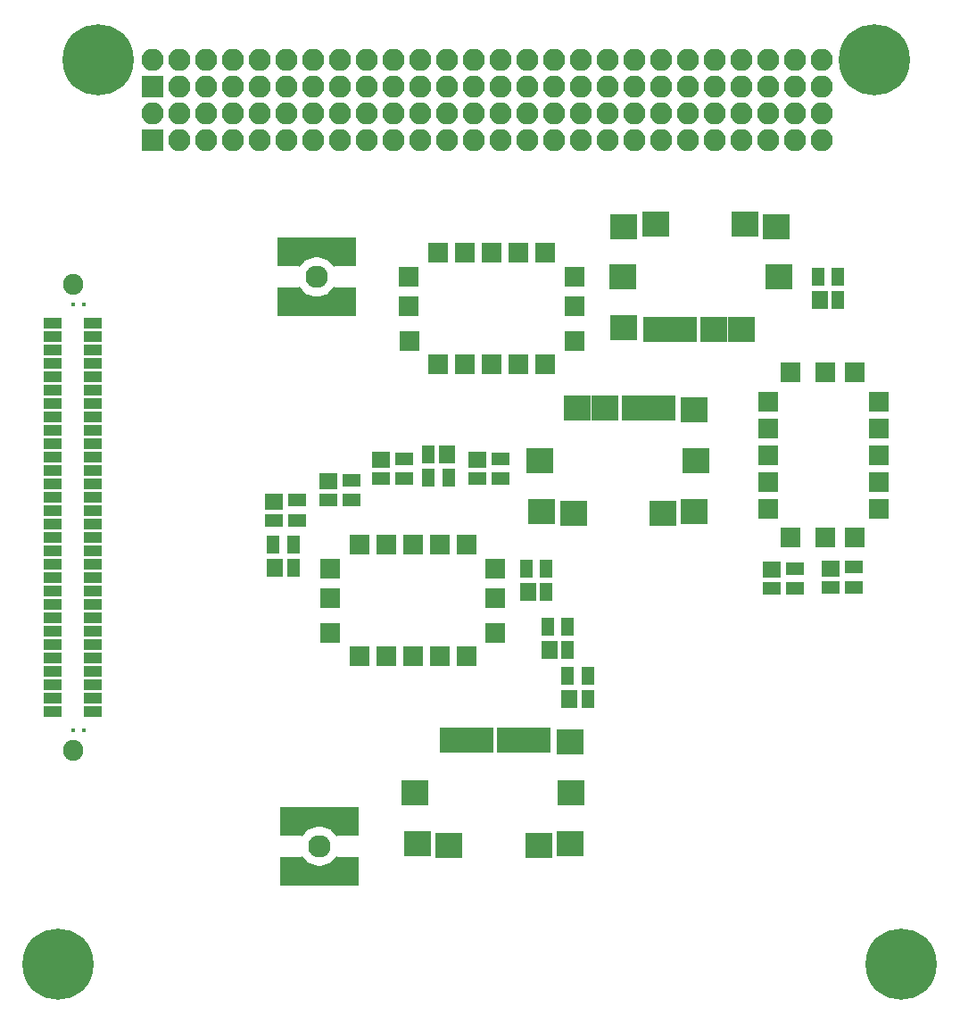
<source format=gbr>
G04 #@! TF.GenerationSoftware,KiCad,Pcbnew,5.0.0*
G04 #@! TF.CreationDate,2018-07-30T22:47:14-05:00*
G04 #@! TF.ProjectId,Header_Board,4865616465725F426F6172642E6B6963,rev?*
G04 #@! TF.SameCoordinates,Original*
G04 #@! TF.FileFunction,Soldermask,Top*
G04 #@! TF.FilePolarity,Negative*
%FSLAX46Y46*%
G04 Gerber Fmt 4.6, Leading zero omitted, Abs format (unit mm)*
G04 Created by KiCad (PCBNEW 5.0.0) date Mon Jul 30 22:47:14 2018*
%MOMM*%
%LPD*%
G01*
G04 APERTURE LIST*
%ADD10C,1.900000*%
%ADD11C,0.400000*%
%ADD12R,2.600000X2.400000*%
%ADD13R,1.920000X1.920000*%
%ADD14R,2.100000X2.100000*%
%ADD15O,2.100000X2.100000*%
%ADD16C,6.750000*%
%ADD17R,1.750000X1.060000*%
%ADD18C,1.400000*%
%ADD19C,0.100000*%
%ADD20C,0.900000*%
%ADD21R,2.310000X2.750000*%
%ADD22R,7.510000X1.910000*%
%ADD23C,2.130000*%
%ADD24R,1.695400X1.289000*%
%ADD25R,1.695400X1.593800*%
%ADD26R,1.289000X1.695400*%
%ADD27R,1.593800X1.695400*%
G04 APERTURE END LIST*
D10*
G04 #@! TO.C,P3*
X87782400Y-128983200D03*
X87782400Y-84783200D03*
D11*
X88782400Y-127078200D03*
X87782400Y-86688200D03*
G04 #@! TD*
D12*
G04 #@! TO.C,U10*
X139938000Y-84064000D03*
X140038000Y-88864000D03*
X143138000Y-89064000D03*
X145688000Y-89064000D03*
X148588000Y-89064000D03*
X151138000Y-89064000D03*
X154738000Y-84064000D03*
X154516000Y-79264000D03*
X151538000Y-79064000D03*
X143038000Y-79064000D03*
X140038000Y-79264000D03*
G04 #@! TD*
D13*
G04 #@! TO.C,U8*
X161931000Y-93069000D03*
X159137000Y-93069000D03*
X155857000Y-93093000D03*
X153697000Y-95863000D03*
X153697000Y-98403000D03*
X153697000Y-100943000D03*
X153697000Y-103483000D03*
X153697000Y-106023000D03*
X155857000Y-108793000D03*
X159137000Y-108793000D03*
X161927000Y-108793000D03*
X164217000Y-106023000D03*
X164217000Y-103483000D03*
X164217000Y-100943000D03*
X164217000Y-98403000D03*
X164217000Y-95863000D03*
G04 #@! TD*
D14*
G04 #@! TO.C,P1*
X95257081Y-66040935D03*
D15*
X95257081Y-63500935D03*
X97797081Y-66040935D03*
X97797081Y-63500935D03*
X100337081Y-66040935D03*
X100337081Y-63500935D03*
X102877081Y-66040935D03*
X102877081Y-63500935D03*
X105417081Y-66040935D03*
X105417081Y-63500935D03*
X107957081Y-66040935D03*
X107957081Y-63500935D03*
X110497081Y-66040935D03*
X110497081Y-63500935D03*
X113037081Y-66040935D03*
X113037081Y-63500935D03*
X115577081Y-66040935D03*
X115577081Y-63500935D03*
X118117081Y-66040935D03*
X118117081Y-63500935D03*
X120657081Y-66040935D03*
X120657081Y-63500935D03*
X123197081Y-66040935D03*
X123197081Y-63500935D03*
X125737081Y-66040935D03*
X125737081Y-63500935D03*
X128277081Y-66040935D03*
X128277081Y-63500935D03*
X130817081Y-66040935D03*
X130817081Y-63500935D03*
X133357081Y-66040935D03*
X133357081Y-63500935D03*
X135897081Y-66040935D03*
X135897081Y-63500935D03*
X138437081Y-66040935D03*
X138437081Y-63500935D03*
X140977081Y-66040935D03*
X140977081Y-63500935D03*
X143517081Y-66040935D03*
X143517081Y-63500935D03*
X146057081Y-66040935D03*
X146057081Y-63500935D03*
X148597081Y-66040935D03*
X148597081Y-63500935D03*
X151137081Y-66040935D03*
X151137081Y-63500935D03*
X153677081Y-66040935D03*
X153677081Y-63500935D03*
X156217081Y-66040935D03*
X156217081Y-63500935D03*
X158757081Y-66040935D03*
X158757081Y-63500935D03*
G04 #@! TD*
D14*
G04 #@! TO.C,P2*
X95257081Y-71120935D03*
D15*
X95257081Y-68580935D03*
X97797081Y-71120935D03*
X97797081Y-68580935D03*
X100337081Y-71120935D03*
X100337081Y-68580935D03*
X102877081Y-71120935D03*
X102877081Y-68580935D03*
X105417081Y-71120935D03*
X105417081Y-68580935D03*
X107957081Y-71120935D03*
X107957081Y-68580935D03*
X110497081Y-71120935D03*
X110497081Y-68580935D03*
X113037081Y-71120935D03*
X113037081Y-68580935D03*
X115577081Y-71120935D03*
X115577081Y-68580935D03*
X118117081Y-71120935D03*
X118117081Y-68580935D03*
X120657081Y-71120935D03*
X120657081Y-68580935D03*
X123197081Y-71120935D03*
X123197081Y-68580935D03*
X125737081Y-71120935D03*
X125737081Y-68580935D03*
X128277081Y-71120935D03*
X128277081Y-68580935D03*
X130817081Y-71120935D03*
X130817081Y-68580935D03*
X133357081Y-71120935D03*
X133357081Y-68580935D03*
X135897081Y-71120935D03*
X135897081Y-68580935D03*
X138437081Y-71120935D03*
X138437081Y-68580935D03*
X140977081Y-71120935D03*
X140977081Y-68580935D03*
X143517081Y-71120935D03*
X143517081Y-68580935D03*
X146057081Y-71120935D03*
X146057081Y-68580935D03*
X148597081Y-71120935D03*
X148597081Y-68580935D03*
X151137081Y-71120935D03*
X151137081Y-68580935D03*
X153677081Y-71120935D03*
X153677081Y-68580935D03*
X156217081Y-71120935D03*
X156217081Y-68580935D03*
X158757081Y-71120935D03*
X158757081Y-68580935D03*
G04 #@! TD*
D16*
G04 #@! TO.C,REF\002A\002A*
X90170000Y-63500000D03*
G04 #@! TD*
G04 #@! TO.C,REF\002A\002A*
X163830000Y-63500000D03*
G04 #@! TD*
G04 #@! TO.C,REF\002A\002A*
X86360000Y-149225000D03*
G04 #@! TD*
G04 #@! TO.C,REF\002A\002A*
X166370000Y-149225000D03*
G04 #@! TD*
D17*
G04 #@! TO.C,P3*
X89662000Y-125272800D03*
X85852000Y-125272800D03*
X89662000Y-124002800D03*
X85852000Y-124002800D03*
X89662000Y-122732800D03*
X85852000Y-122732800D03*
X89662000Y-121462800D03*
X85852000Y-121462800D03*
X89662000Y-120192800D03*
X85852000Y-120192800D03*
X89662000Y-118922800D03*
X85852000Y-118922800D03*
X89662000Y-117652800D03*
X85852000Y-117652800D03*
X89662000Y-116382800D03*
X85852000Y-116382800D03*
X89662000Y-115112800D03*
X85852000Y-115112800D03*
X89662000Y-113842800D03*
X85852000Y-113842800D03*
X89662000Y-112572800D03*
X85852000Y-112572800D03*
X89662000Y-111302800D03*
X85852000Y-111302800D03*
X89662000Y-110032800D03*
X85852000Y-110032800D03*
X89662000Y-108762800D03*
X85852000Y-108762800D03*
X89662000Y-107492800D03*
X85852000Y-107492800D03*
X89662000Y-106222800D03*
X85852000Y-106222800D03*
X89662000Y-104952800D03*
X85852000Y-104952800D03*
X89662000Y-103682800D03*
X85852000Y-103682800D03*
X89662000Y-102412800D03*
X85852000Y-102412800D03*
X89662000Y-101142800D03*
X85852000Y-101142800D03*
X89662000Y-99872800D03*
X85852000Y-99872800D03*
X89662000Y-98602800D03*
X85852000Y-98602800D03*
X89662000Y-97332800D03*
X85852000Y-97332800D03*
X89662000Y-96062800D03*
X85852000Y-96062800D03*
X89662000Y-94792800D03*
X85852000Y-94792800D03*
X89662000Y-93522800D03*
X85852000Y-93522800D03*
X89662000Y-92252800D03*
X85852000Y-92252800D03*
X89662000Y-90982800D03*
X85852000Y-90982800D03*
X89662000Y-89712800D03*
X85852000Y-89712800D03*
X89662000Y-88442800D03*
X85852000Y-88442800D03*
D11*
X87757000Y-127052800D03*
X88757000Y-86662800D03*
D10*
X87757000Y-128957800D03*
X87757000Y-84757800D03*
G04 #@! TD*
D18*
G04 #@! TO.C,J1*
X111721000Y-86454000D03*
D19*
G36*
X110832783Y-87522209D02*
X110353955Y-86206639D01*
X112609217Y-85385791D01*
X113088045Y-86701361D01*
X110832783Y-87522209D01*
X110832783Y-87522209D01*
G37*
D18*
X110021000Y-86454000D03*
D19*
G36*
X108653955Y-86701361D02*
X109132783Y-85385791D01*
X111388045Y-86206639D01*
X110909217Y-87522209D01*
X108653955Y-86701361D01*
X108653955Y-86701361D01*
G37*
D18*
X111721000Y-81694000D03*
D19*
G36*
X110353955Y-81941361D02*
X110832783Y-80625791D01*
X113088045Y-81446639D01*
X112609217Y-82762209D01*
X110353955Y-81941361D01*
X110353955Y-81941361D01*
G37*
D18*
X110021000Y-81694000D03*
D19*
G36*
X109132783Y-82762209D02*
X108653955Y-81446639D01*
X110909217Y-80625791D01*
X111388045Y-81941361D01*
X109132783Y-82762209D01*
X109132783Y-82762209D01*
G37*
D20*
X112386000Y-85823000D03*
D19*
G36*
X112280769Y-86648486D02*
X111591329Y-86069977D01*
X112491231Y-84997514D01*
X113180671Y-85576023D01*
X112280769Y-86648486D01*
X112280769Y-86648486D01*
G37*
D20*
X109356000Y-85823000D03*
D19*
G36*
X108561329Y-85576023D02*
X109250769Y-84997514D01*
X110150671Y-86069977D01*
X109461231Y-86648486D01*
X108561329Y-85576023D01*
X108561329Y-85576023D01*
G37*
D20*
X112386000Y-82325000D03*
D19*
G36*
X111591329Y-82078023D02*
X112280769Y-81499514D01*
X113180671Y-82571977D01*
X112491231Y-83150486D01*
X111591329Y-82078023D01*
X111591329Y-82078023D01*
G37*
D20*
X109356000Y-82325000D03*
D19*
G36*
X109250769Y-83150486D02*
X108561329Y-82571977D01*
X109461231Y-81499514D01*
X110150671Y-82078023D01*
X109250769Y-83150486D01*
X109250769Y-83150486D01*
G37*
D21*
X113471000Y-86454000D03*
D22*
X110871000Y-86874000D03*
D21*
X108271000Y-86454000D03*
X113471000Y-81694000D03*
D23*
X110871000Y-84074000D03*
D22*
X110871000Y-81274000D03*
D21*
X108271000Y-81694000D03*
G04 #@! TD*
D18*
G04 #@! TO.C,J2*
X111975000Y-140429000D03*
D19*
G36*
X111086783Y-141497209D02*
X110607955Y-140181639D01*
X112863217Y-139360791D01*
X113342045Y-140676361D01*
X111086783Y-141497209D01*
X111086783Y-141497209D01*
G37*
D18*
X110275000Y-140429000D03*
D19*
G36*
X108907955Y-140676361D02*
X109386783Y-139360791D01*
X111642045Y-140181639D01*
X111163217Y-141497209D01*
X108907955Y-140676361D01*
X108907955Y-140676361D01*
G37*
D18*
X111975000Y-135669000D03*
D19*
G36*
X110607955Y-135916361D02*
X111086783Y-134600791D01*
X113342045Y-135421639D01*
X112863217Y-136737209D01*
X110607955Y-135916361D01*
X110607955Y-135916361D01*
G37*
D18*
X110275000Y-135669000D03*
D19*
G36*
X109386783Y-136737209D02*
X108907955Y-135421639D01*
X111163217Y-134600791D01*
X111642045Y-135916361D01*
X109386783Y-136737209D01*
X109386783Y-136737209D01*
G37*
D20*
X112640000Y-139798000D03*
D19*
G36*
X112534769Y-140623486D02*
X111845329Y-140044977D01*
X112745231Y-138972514D01*
X113434671Y-139551023D01*
X112534769Y-140623486D01*
X112534769Y-140623486D01*
G37*
D20*
X109610000Y-139798000D03*
D19*
G36*
X108815329Y-139551023D02*
X109504769Y-138972514D01*
X110404671Y-140044977D01*
X109715231Y-140623486D01*
X108815329Y-139551023D01*
X108815329Y-139551023D01*
G37*
D20*
X112640000Y-136300000D03*
D19*
G36*
X111845329Y-136053023D02*
X112534769Y-135474514D01*
X113434671Y-136546977D01*
X112745231Y-137125486D01*
X111845329Y-136053023D01*
X111845329Y-136053023D01*
G37*
D20*
X109610000Y-136300000D03*
D19*
G36*
X109504769Y-137125486D02*
X108815329Y-136546977D01*
X109715231Y-135474514D01*
X110404671Y-136053023D01*
X109504769Y-137125486D01*
X109504769Y-137125486D01*
G37*
D21*
X113725000Y-140429000D03*
D22*
X111125000Y-140849000D03*
D21*
X108525000Y-140429000D03*
X113725000Y-135669000D03*
D23*
X111125000Y-138049000D03*
D22*
X111125000Y-135249000D03*
D21*
X108525000Y-135669000D03*
G04 #@! TD*
D12*
G04 #@! TO.C,U1*
X146828000Y-101483000D03*
X146728000Y-96683000D03*
X143628000Y-96483000D03*
X141078000Y-96483000D03*
X138178000Y-96483000D03*
X135628000Y-96483000D03*
X132028000Y-101483000D03*
X132250000Y-106283000D03*
X135228000Y-106483000D03*
X143728000Y-106483000D03*
X146728000Y-106283000D03*
G04 #@! TD*
D13*
G04 #@! TO.C,U2*
X119612000Y-84068000D03*
X119612000Y-86862000D03*
X119636000Y-90142000D03*
X122406000Y-92302000D03*
X124946000Y-92302000D03*
X127486000Y-92302000D03*
X130026000Y-92302000D03*
X132566000Y-92302000D03*
X135336000Y-90142000D03*
X135336000Y-86862000D03*
X135336000Y-84072000D03*
X132566000Y-81782000D03*
X130026000Y-81782000D03*
X127486000Y-81782000D03*
X124946000Y-81782000D03*
X122406000Y-81782000D03*
G04 #@! TD*
D24*
G04 #@! TO.C,U3*
X154012900Y-113601500D03*
X156222700Y-113601500D03*
X156222700Y-111696500D03*
D25*
X154012900Y-111848900D03*
G04 #@! TD*
D24*
G04 #@! TO.C,U4*
X159600900Y-113474500D03*
X161810700Y-113474500D03*
X161810700Y-111569500D03*
D25*
X159600900Y-111721900D03*
G04 #@! TD*
D24*
G04 #@! TO.C,U5*
X126072900Y-103187500D03*
X128282700Y-103187500D03*
X128282700Y-101282500D03*
D25*
X126072900Y-101434900D03*
G04 #@! TD*
D26*
G04 #@! TO.C,U6*
X121475500Y-100926900D03*
X121475500Y-103136700D03*
X123380500Y-103136700D03*
D27*
X123228100Y-100926900D03*
G04 #@! TD*
D24*
G04 #@! TO.C,U7*
X116928900Y-103187500D03*
X119138700Y-103187500D03*
X119138700Y-101282500D03*
D25*
X116928900Y-101434900D03*
G04 #@! TD*
D24*
G04 #@! TO.C,U9*
X111975900Y-105219500D03*
X114185700Y-105219500D03*
X114185700Y-103314500D03*
D25*
X111975900Y-103466900D03*
G04 #@! TD*
D24*
G04 #@! TO.C,U11*
X106768900Y-107124500D03*
X108978700Y-107124500D03*
X108978700Y-105219500D03*
D25*
X106768900Y-105371900D03*
G04 #@! TD*
D12*
G04 #@! TO.C,U12*
X135017000Y-132979000D03*
X134917000Y-128179000D03*
X131817000Y-127979000D03*
X129267000Y-127979000D03*
X126367000Y-127979000D03*
X123817000Y-127979000D03*
X120217000Y-132979000D03*
X120439000Y-137779000D03*
X123417000Y-137979000D03*
X131917000Y-137979000D03*
X134917000Y-137779000D03*
G04 #@! TD*
D26*
G04 #@! TO.C,U13*
X108648500Y-111671100D03*
X108648500Y-109461300D03*
X106743500Y-109461300D03*
D27*
X106895900Y-111671100D03*
G04 #@! TD*
D26*
G04 #@! TO.C,U14*
X160337500Y-86271100D03*
X160337500Y-84061300D03*
X158432500Y-84061300D03*
D27*
X158584900Y-86271100D03*
G04 #@! TD*
D26*
G04 #@! TO.C,U15*
X136588500Y-124117100D03*
X136588500Y-121907300D03*
X134683500Y-121907300D03*
D27*
X134835900Y-124117100D03*
G04 #@! TD*
D13*
G04 #@! TO.C,U16*
X112119000Y-111754000D03*
X112119000Y-114548000D03*
X112143000Y-117828000D03*
X114913000Y-119988000D03*
X117453000Y-119988000D03*
X119993000Y-119988000D03*
X122533000Y-119988000D03*
X125073000Y-119988000D03*
X127843000Y-117828000D03*
X127843000Y-114548000D03*
X127843000Y-111758000D03*
X125073000Y-109468000D03*
X122533000Y-109468000D03*
X119993000Y-109468000D03*
X117453000Y-109468000D03*
X114913000Y-109468000D03*
G04 #@! TD*
D26*
G04 #@! TO.C,U17*
X134683500Y-119418100D03*
X134683500Y-117208300D03*
X132778500Y-117208300D03*
D27*
X132930900Y-119418100D03*
G04 #@! TD*
D26*
G04 #@! TO.C,U18*
X132651500Y-113957100D03*
X132651500Y-111747300D03*
X130746500Y-111747300D03*
D27*
X130898900Y-113957100D03*
G04 #@! TD*
M02*

</source>
